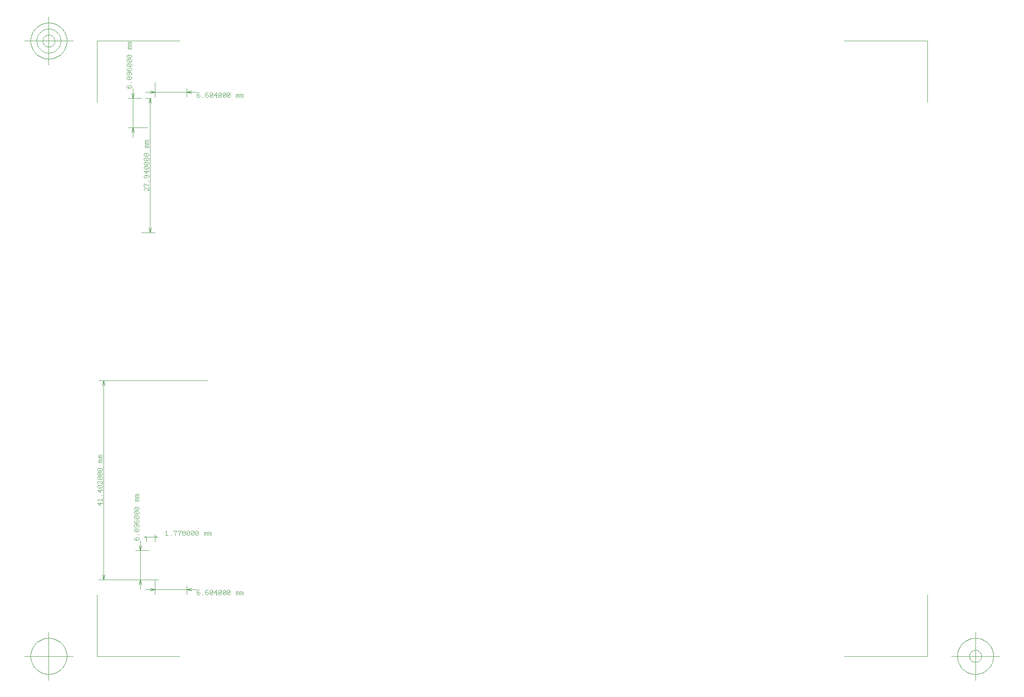
<source format=gbr>
G04 Generated by Ultiboard 10.0 *
%FSLAX25Y25*%
%MOIN*%

%ADD23C,0.00004*%
%ADD22C,0.00394*%


G04 ColorRGB CBCBCB for the following layer *
%LNMechanische Lage 1*%
%LPD*%
%FSLAX25Y25*%
%MOIN*%
G54D23*
X-44756Y62996D02*
X-44756Y60634D01*
X-44756Y60634D02*
X-47118Y62602D01*
X-47118Y62602D02*
X-43181Y62602D01*
X-43181Y62209D02*
X-43181Y62996D01*
X-46331Y64571D02*
X-47118Y65358D01*
X-47118Y65358D02*
X-43181Y65358D01*
X-43181Y64177D02*
X-43181Y66539D01*
X-43181Y68902D02*
X-43575Y68902D01*
X-44756Y73626D02*
X-44756Y71264D01*
X-44756Y71264D02*
X-47118Y73232D01*
X-47118Y73232D02*
X-43181Y73232D01*
X-43181Y72839D02*
X-43181Y73626D01*
X-46331Y74807D02*
X-47118Y75594D01*
X-47118Y75594D02*
X-47118Y76382D01*
X-47118Y76382D02*
X-46331Y77169D01*
X-46331Y77169D02*
X-43969Y77169D01*
X-43969Y77169D02*
X-43181Y76382D01*
X-43181Y76382D02*
X-43181Y75594D01*
X-43181Y75594D02*
X-43969Y74807D01*
X-43969Y74807D02*
X-46331Y74807D01*
X-46331Y77169D02*
X-43969Y74807D01*
X-46331Y78350D02*
X-47118Y79138D01*
X-47118Y79138D02*
X-47118Y79925D01*
X-47118Y79925D02*
X-46331Y80713D01*
X-46331Y80713D02*
X-45937Y80713D01*
X-45937Y80713D02*
X-43181Y78350D01*
X-43181Y78350D02*
X-43181Y80713D01*
X-43181Y80713D02*
X-43575Y80713D01*
X-46331Y81894D02*
X-47118Y82681D01*
X-47118Y82681D02*
X-47118Y83469D01*
X-47118Y83469D02*
X-46331Y84256D01*
X-46331Y84256D02*
X-43969Y84256D01*
X-43969Y84256D02*
X-43181Y83469D01*
X-43181Y83469D02*
X-43181Y82681D01*
X-43181Y82681D02*
X-43969Y81894D01*
X-43969Y81894D02*
X-46331Y81894D01*
X-46331Y84256D02*
X-43969Y81894D01*
X-46331Y85437D02*
X-47118Y86224D01*
X-47118Y86224D02*
X-47118Y87012D01*
X-47118Y87012D02*
X-46331Y87799D01*
X-46331Y87799D02*
X-43969Y87799D01*
X-43969Y87799D02*
X-43181Y87012D01*
X-43181Y87012D02*
X-43181Y86224D01*
X-43181Y86224D02*
X-43969Y85437D01*
X-43969Y85437D02*
X-46331Y85437D01*
X-46331Y87799D02*
X-43969Y85437D01*
X-46331Y88980D02*
X-47118Y89768D01*
X-47118Y89768D02*
X-47118Y90555D01*
X-47118Y90555D02*
X-46331Y91343D01*
X-46331Y91343D02*
X-43969Y91343D01*
X-43969Y91343D02*
X-43181Y90555D01*
X-43181Y90555D02*
X-43181Y89768D01*
X-43181Y89768D02*
X-43969Y88980D01*
X-43969Y88980D02*
X-46331Y88980D01*
X-46331Y91343D02*
X-43969Y88980D01*
X-43181Y96067D02*
X-45543Y96067D01*
X-45543Y96067D02*
X-45937Y96067D01*
X-45543Y96067D02*
X-45937Y96461D01*
X-45937Y96461D02*
X-45937Y96854D01*
X-45937Y96854D02*
X-45543Y97248D01*
X-45543Y97248D02*
X-45937Y97642D01*
X-45937Y97642D02*
X-45937Y98035D01*
X-45937Y98035D02*
X-45543Y98429D01*
X-45543Y98429D02*
X-43181Y98429D01*
X-45543Y97248D02*
X-43181Y97248D01*
X-43181Y99610D02*
X-45543Y99610D01*
X-45543Y99610D02*
X-45937Y99610D01*
X-45543Y99610D02*
X-45937Y100004D01*
X-45937Y100004D02*
X-45937Y100398D01*
X-45937Y100398D02*
X-45543Y100791D01*
X-45543Y100791D02*
X-45937Y101185D01*
X-45937Y101185D02*
X-45937Y101579D01*
X-45937Y101579D02*
X-45543Y101972D01*
X-45543Y101972D02*
X-43181Y101972D01*
X-45543Y100791D02*
X-43181Y100791D01*
X3000Y0D02*
X-45937Y0D01*
X43000Y163000D02*
X-45937Y163000D01*
X-41016Y3937D02*
X-42000Y0D01*
X-42000Y0D02*
X-42984Y3937D01*
X-42000Y81500D02*
X-42000Y0D01*
X-42984Y159063D02*
X-42000Y163000D01*
X-42000Y163000D02*
X-41016Y159063D01*
X-42000Y81500D02*
X-42000Y163000D01*
X36236Y-8394D02*
X35055Y-8394D01*
X35055Y-8394D02*
X34268Y-9181D01*
X34268Y-9181D02*
X34268Y-10756D01*
X34268Y-10756D02*
X34268Y-11543D01*
X34268Y-11543D02*
X35055Y-12331D01*
X35055Y-12331D02*
X35843Y-12331D01*
X35843Y-12331D02*
X36630Y-11543D01*
X36630Y-11543D02*
X36630Y-10756D01*
X36630Y-10756D02*
X35843Y-9969D01*
X35843Y-9969D02*
X35055Y-9969D01*
X35055Y-9969D02*
X34268Y-10756D01*
X38992Y-12331D02*
X38992Y-11937D01*
X43323Y-8394D02*
X42142Y-8394D01*
X42142Y-8394D02*
X41354Y-9181D01*
X41354Y-9181D02*
X41354Y-10756D01*
X41354Y-10756D02*
X41354Y-11543D01*
X41354Y-11543D02*
X42142Y-12331D01*
X42142Y-12331D02*
X42929Y-12331D01*
X42929Y-12331D02*
X43717Y-11543D01*
X43717Y-11543D02*
X43717Y-10756D01*
X43717Y-10756D02*
X42929Y-9969D01*
X42929Y-9969D02*
X42142Y-9969D01*
X42142Y-9969D02*
X41354Y-10756D01*
X44898Y-9181D02*
X45685Y-8394D01*
X45685Y-8394D02*
X46472Y-8394D01*
X46472Y-8394D02*
X47260Y-9181D01*
X47260Y-9181D02*
X47260Y-11543D01*
X47260Y-11543D02*
X46472Y-12331D01*
X46472Y-12331D02*
X45685Y-12331D01*
X45685Y-12331D02*
X44898Y-11543D01*
X44898Y-11543D02*
X44898Y-9181D01*
X47260Y-9181D02*
X44898Y-11543D01*
X50803Y-10756D02*
X48441Y-10756D01*
X48441Y-10756D02*
X50409Y-8394D01*
X50409Y-8394D02*
X50409Y-12331D01*
X50016Y-12331D02*
X50803Y-12331D01*
X51984Y-9181D02*
X52772Y-8394D01*
X52772Y-8394D02*
X53559Y-8394D01*
X53559Y-8394D02*
X54346Y-9181D01*
X54346Y-9181D02*
X54346Y-11543D01*
X54346Y-11543D02*
X53559Y-12331D01*
X53559Y-12331D02*
X52772Y-12331D01*
X52772Y-12331D02*
X51984Y-11543D01*
X51984Y-11543D02*
X51984Y-9181D01*
X54346Y-9181D02*
X51984Y-11543D01*
X55528Y-9181D02*
X56315Y-8394D01*
X56315Y-8394D02*
X57102Y-8394D01*
X57102Y-8394D02*
X57890Y-9181D01*
X57890Y-9181D02*
X57890Y-11543D01*
X57890Y-11543D02*
X57102Y-12331D01*
X57102Y-12331D02*
X56315Y-12331D01*
X56315Y-12331D02*
X55528Y-11543D01*
X55528Y-11543D02*
X55528Y-9181D01*
X57890Y-9181D02*
X55528Y-11543D01*
X59071Y-9181D02*
X59858Y-8394D01*
X59858Y-8394D02*
X60646Y-8394D01*
X60646Y-8394D02*
X61433Y-9181D01*
X61433Y-9181D02*
X61433Y-11543D01*
X61433Y-11543D02*
X60646Y-12331D01*
X60646Y-12331D02*
X59858Y-12331D01*
X59858Y-12331D02*
X59071Y-11543D01*
X59071Y-11543D02*
X59071Y-9181D01*
X61433Y-9181D02*
X59071Y-11543D01*
X66157Y-12331D02*
X66157Y-9969D01*
X66157Y-9969D02*
X66157Y-9575D01*
X66157Y-9969D02*
X66551Y-9575D01*
X66551Y-9575D02*
X66945Y-9575D01*
X66945Y-9575D02*
X67339Y-9969D01*
X67339Y-9969D02*
X67732Y-9575D01*
X67732Y-9575D02*
X68126Y-9575D01*
X68126Y-9575D02*
X68520Y-9969D01*
X68520Y-9969D02*
X68520Y-12331D01*
X67339Y-9969D02*
X67339Y-12331D01*
X69701Y-12331D02*
X69701Y-9969D01*
X69701Y-9969D02*
X69701Y-9575D01*
X69701Y-9969D02*
X70094Y-9575D01*
X70094Y-9575D02*
X70488Y-9575D01*
X70488Y-9575D02*
X70882Y-9969D01*
X70882Y-9969D02*
X71276Y-9575D01*
X71276Y-9575D02*
X71669Y-9575D01*
X71669Y-9575D02*
X72063Y-9969D01*
X72063Y-9969D02*
X72063Y-12331D01*
X70882Y-9969D02*
X70882Y-12331D01*
X0Y0D02*
X0Y-11937D01*
X26000Y-5000D02*
X26000Y-11937D01*
X13000Y-8000D02*
X0Y-8000D01*
X-3937Y-7016D02*
X0Y-8000D01*
X0Y-8000D02*
X-3937Y-8984D01*
X-7874Y-8000D02*
X0Y-8000D01*
X13000Y-8000D02*
X26000Y-8000D01*
X29937Y-8984D02*
X26000Y-8000D01*
X26000Y-8000D02*
X29937Y-7016D01*
X33874Y-8000D02*
X26000Y-8000D01*
X-17118Y34236D02*
X-17118Y33055D01*
X-17118Y33055D02*
X-16331Y32268D01*
X-16331Y32268D02*
X-14756Y32268D01*
X-14756Y32268D02*
X-13969Y32268D01*
X-13969Y32268D02*
X-13181Y33055D01*
X-13181Y33055D02*
X-13181Y33843D01*
X-13181Y33843D02*
X-13969Y34630D01*
X-13969Y34630D02*
X-14756Y34630D01*
X-14756Y34630D02*
X-15543Y33843D01*
X-15543Y33843D02*
X-15543Y33055D01*
X-15543Y33055D02*
X-14756Y32268D01*
X-13181Y36992D02*
X-13575Y36992D01*
X-16331Y39354D02*
X-17118Y40142D01*
X-17118Y40142D02*
X-17118Y40929D01*
X-17118Y40929D02*
X-16331Y41717D01*
X-16331Y41717D02*
X-13969Y41717D01*
X-13969Y41717D02*
X-13181Y40929D01*
X-13181Y40929D02*
X-13181Y40142D01*
X-13181Y40142D02*
X-13969Y39354D01*
X-13969Y39354D02*
X-16331Y39354D01*
X-16331Y41717D02*
X-13969Y39354D01*
X-13969Y42898D02*
X-13181Y43685D01*
X-13181Y43685D02*
X-13181Y44472D01*
X-13181Y44472D02*
X-13969Y45260D01*
X-13969Y45260D02*
X-15543Y45260D01*
X-15543Y45260D02*
X-16331Y45260D01*
X-16331Y45260D02*
X-17118Y44472D01*
X-17118Y44472D02*
X-17118Y43685D01*
X-17118Y43685D02*
X-16331Y42898D01*
X-16331Y42898D02*
X-15543Y42898D01*
X-15543Y42898D02*
X-14756Y43685D01*
X-14756Y43685D02*
X-14756Y44472D01*
X-14756Y44472D02*
X-15543Y45260D01*
X-17118Y48409D02*
X-17118Y47228D01*
X-17118Y47228D02*
X-16331Y46441D01*
X-16331Y46441D02*
X-14756Y46441D01*
X-14756Y46441D02*
X-13969Y46441D01*
X-13969Y46441D02*
X-13181Y47228D01*
X-13181Y47228D02*
X-13181Y48016D01*
X-13181Y48016D02*
X-13969Y48803D01*
X-13969Y48803D02*
X-14756Y48803D01*
X-14756Y48803D02*
X-15543Y48016D01*
X-15543Y48016D02*
X-15543Y47228D01*
X-15543Y47228D02*
X-14756Y46441D01*
X-16331Y49984D02*
X-17118Y50772D01*
X-17118Y50772D02*
X-17118Y51559D01*
X-17118Y51559D02*
X-16331Y52346D01*
X-16331Y52346D02*
X-13969Y52346D01*
X-13969Y52346D02*
X-13181Y51559D01*
X-13181Y51559D02*
X-13181Y50772D01*
X-13181Y50772D02*
X-13969Y49984D01*
X-13969Y49984D02*
X-16331Y49984D01*
X-16331Y52346D02*
X-13969Y49984D01*
X-16331Y53528D02*
X-17118Y54315D01*
X-17118Y54315D02*
X-17118Y55102D01*
X-17118Y55102D02*
X-16331Y55890D01*
X-16331Y55890D02*
X-13969Y55890D01*
X-13969Y55890D02*
X-13181Y55102D01*
X-13181Y55102D02*
X-13181Y54315D01*
X-13181Y54315D02*
X-13969Y53528D01*
X-13969Y53528D02*
X-16331Y53528D01*
X-16331Y55890D02*
X-13969Y53528D01*
X-16331Y57071D02*
X-17118Y57858D01*
X-17118Y57858D02*
X-17118Y58646D01*
X-17118Y58646D02*
X-16331Y59433D01*
X-16331Y59433D02*
X-13969Y59433D01*
X-13969Y59433D02*
X-13181Y58646D01*
X-13181Y58646D02*
X-13181Y57858D01*
X-13181Y57858D02*
X-13969Y57071D01*
X-13969Y57071D02*
X-16331Y57071D01*
X-16331Y59433D02*
X-13969Y57071D01*
X-13181Y64157D02*
X-15543Y64157D01*
X-15543Y64157D02*
X-15937Y64157D01*
X-15543Y64157D02*
X-15937Y64551D01*
X-15937Y64551D02*
X-15937Y64945D01*
X-15937Y64945D02*
X-15543Y65339D01*
X-15543Y65339D02*
X-15937Y65732D01*
X-15937Y65732D02*
X-15937Y66126D01*
X-15937Y66126D02*
X-15543Y66520D01*
X-15543Y66520D02*
X-13181Y66520D01*
X-15543Y65339D02*
X-13181Y65339D01*
X-13181Y67701D02*
X-15543Y67701D01*
X-15543Y67701D02*
X-15937Y67701D01*
X-15543Y67701D02*
X-15937Y68094D01*
X-15937Y68094D02*
X-15937Y68488D01*
X-15937Y68488D02*
X-15543Y68882D01*
X-15543Y68882D02*
X-15937Y69276D01*
X-15937Y69276D02*
X-15937Y69669D01*
X-15937Y69669D02*
X-15543Y70063D01*
X-15543Y70063D02*
X-13181Y70063D01*
X-15543Y68882D02*
X-13181Y68882D01*
X0Y0D02*
X-15937Y0D01*
X-5000Y24000D02*
X-15937Y24000D01*
X-12000Y12000D02*
X-12000Y0D01*
X-12984Y-3937D02*
X-12000Y0D01*
X-12000Y0D02*
X-11016Y-3937D01*
X-12000Y-7874D02*
X-12000Y0D01*
X-12000Y12000D02*
X-12000Y24000D01*
X-11016Y27937D02*
X-12000Y24000D01*
X-12000Y24000D02*
X-12984Y27937D01*
X-12000Y31874D02*
X-12000Y24000D01*
X36236Y398606D02*
X35055Y398606D01*
X35055Y398606D02*
X34268Y397819D01*
X34268Y397819D02*
X34268Y396244D01*
X34268Y396244D02*
X34268Y395457D01*
X34268Y395457D02*
X35055Y394669D01*
X35055Y394669D02*
X35843Y394669D01*
X35843Y394669D02*
X36630Y395457D01*
X36630Y395457D02*
X36630Y396244D01*
X36630Y396244D02*
X35843Y397031D01*
X35843Y397031D02*
X35055Y397031D01*
X35055Y397031D02*
X34268Y396244D01*
X38992Y394669D02*
X38992Y395063D01*
X43323Y398606D02*
X42142Y398606D01*
X42142Y398606D02*
X41354Y397819D01*
X41354Y397819D02*
X41354Y396244D01*
X41354Y396244D02*
X41354Y395457D01*
X41354Y395457D02*
X42142Y394669D01*
X42142Y394669D02*
X42929Y394669D01*
X42929Y394669D02*
X43717Y395457D01*
X43717Y395457D02*
X43717Y396244D01*
X43717Y396244D02*
X42929Y397031D01*
X42929Y397031D02*
X42142Y397031D01*
X42142Y397031D02*
X41354Y396244D01*
X44898Y397819D02*
X45685Y398606D01*
X45685Y398606D02*
X46472Y398606D01*
X46472Y398606D02*
X47260Y397819D01*
X47260Y397819D02*
X47260Y395457D01*
X47260Y395457D02*
X46472Y394669D01*
X46472Y394669D02*
X45685Y394669D01*
X45685Y394669D02*
X44898Y395457D01*
X44898Y395457D02*
X44898Y397819D01*
X47260Y397819D02*
X44898Y395457D01*
X50803Y396244D02*
X48441Y396244D01*
X48441Y396244D02*
X50409Y398606D01*
X50409Y398606D02*
X50409Y394669D01*
X50016Y394669D02*
X50803Y394669D01*
X51984Y397819D02*
X52772Y398606D01*
X52772Y398606D02*
X53559Y398606D01*
X53559Y398606D02*
X54346Y397819D01*
X54346Y397819D02*
X54346Y395457D01*
X54346Y395457D02*
X53559Y394669D01*
X53559Y394669D02*
X52772Y394669D01*
X52772Y394669D02*
X51984Y395457D01*
X51984Y395457D02*
X51984Y397819D01*
X54346Y397819D02*
X51984Y395457D01*
X55528Y397819D02*
X56315Y398606D01*
X56315Y398606D02*
X57102Y398606D01*
X57102Y398606D02*
X57890Y397819D01*
X57890Y397819D02*
X57890Y395457D01*
X57890Y395457D02*
X57102Y394669D01*
X57102Y394669D02*
X56315Y394669D01*
X56315Y394669D02*
X55528Y395457D01*
X55528Y395457D02*
X55528Y397819D01*
X57890Y397819D02*
X55528Y395457D01*
X59071Y397819D02*
X59858Y398606D01*
X59858Y398606D02*
X60646Y398606D01*
X60646Y398606D02*
X61433Y397819D01*
X61433Y397819D02*
X61433Y395457D01*
X61433Y395457D02*
X60646Y394669D01*
X60646Y394669D02*
X59858Y394669D01*
X59858Y394669D02*
X59071Y395457D01*
X59071Y395457D02*
X59071Y397819D01*
X61433Y397819D02*
X59071Y395457D01*
X66157Y394669D02*
X66157Y397031D01*
X66157Y397031D02*
X66157Y397425D01*
X66157Y397031D02*
X66551Y397425D01*
X66551Y397425D02*
X66945Y397425D01*
X66945Y397425D02*
X67339Y397031D01*
X67339Y397031D02*
X67732Y397425D01*
X67732Y397425D02*
X68126Y397425D01*
X68126Y397425D02*
X68520Y397031D01*
X68520Y397031D02*
X68520Y394669D01*
X67339Y397031D02*
X67339Y394669D01*
X69701Y394669D02*
X69701Y397031D01*
X69701Y397031D02*
X69701Y397425D01*
X69701Y397031D02*
X70094Y397425D01*
X70094Y397425D02*
X70488Y397425D01*
X70488Y397425D02*
X70882Y397031D01*
X70882Y397031D02*
X71276Y397425D01*
X71276Y397425D02*
X71669Y397425D01*
X71669Y397425D02*
X72063Y397031D01*
X72063Y397031D02*
X72063Y394669D01*
X70882Y397031D02*
X70882Y394669D01*
X0Y407000D02*
X0Y395063D01*
X26000Y402000D02*
X26000Y395063D01*
X13000Y399000D02*
X0Y399000D01*
X-3937Y399984D02*
X0Y399000D01*
X0Y399000D02*
X-3937Y398016D01*
X-7874Y399000D02*
X0Y399000D01*
X13000Y399000D02*
X26000Y399000D01*
X29937Y398016D02*
X26000Y399000D01*
X26000Y399000D02*
X29937Y399984D01*
X33874Y399000D02*
X26000Y399000D01*
X8661Y39331D02*
X9449Y40118D01*
X9449Y40118D02*
X9449Y36181D01*
X8268Y36181D02*
X10630Y36181D01*
X12992Y36181D02*
X12992Y36575D01*
X16535Y36181D02*
X16535Y38150D01*
X16535Y38150D02*
X17717Y39331D01*
X17717Y39331D02*
X17717Y40118D01*
X17717Y40118D02*
X15354Y40118D01*
X15354Y40118D02*
X15354Y39331D01*
X20079Y36181D02*
X20079Y38150D01*
X20079Y38150D02*
X21260Y39331D01*
X21260Y39331D02*
X21260Y40118D01*
X21260Y40118D02*
X18898Y40118D01*
X18898Y40118D02*
X18898Y39331D01*
X24016Y36181D02*
X23228Y36181D01*
X23228Y36181D02*
X22441Y36969D01*
X22441Y36969D02*
X22441Y37756D01*
X22441Y37756D02*
X22835Y38150D01*
X22835Y38150D02*
X22441Y38543D01*
X22441Y38543D02*
X22441Y39331D01*
X22441Y39331D02*
X23228Y40118D01*
X23228Y40118D02*
X24016Y40118D01*
X24016Y40118D02*
X24803Y39331D01*
X24803Y39331D02*
X24803Y38543D01*
X24803Y38543D02*
X24409Y38150D01*
X24409Y38150D02*
X24803Y37756D01*
X24803Y37756D02*
X24803Y36969D01*
X24803Y36969D02*
X24016Y36181D01*
X22835Y38150D02*
X24409Y38150D01*
X25984Y39331D02*
X26772Y40118D01*
X26772Y40118D02*
X27559Y40118D01*
X27559Y40118D02*
X28346Y39331D01*
X28346Y39331D02*
X28346Y36969D01*
X28346Y36969D02*
X27559Y36181D01*
X27559Y36181D02*
X26772Y36181D01*
X26772Y36181D02*
X25984Y36969D01*
X25984Y36969D02*
X25984Y39331D01*
X28346Y39331D02*
X25984Y36969D01*
X29528Y39331D02*
X30315Y40118D01*
X30315Y40118D02*
X31102Y40118D01*
X31102Y40118D02*
X31890Y39331D01*
X31890Y39331D02*
X31890Y36969D01*
X31890Y36969D02*
X31102Y36181D01*
X31102Y36181D02*
X30315Y36181D01*
X30315Y36181D02*
X29528Y36969D01*
X29528Y36969D02*
X29528Y39331D01*
X31890Y39331D02*
X29528Y36969D01*
X33071Y39331D02*
X33858Y40118D01*
X33858Y40118D02*
X34646Y40118D01*
X34646Y40118D02*
X35433Y39331D01*
X35433Y39331D02*
X35433Y36969D01*
X35433Y36969D02*
X34646Y36181D01*
X34646Y36181D02*
X33858Y36181D01*
X33858Y36181D02*
X33071Y36969D01*
X33071Y36969D02*
X33071Y39331D01*
X35433Y39331D02*
X33071Y36969D01*
X40157Y36181D02*
X40157Y38543D01*
X40157Y38543D02*
X40157Y38937D01*
X40157Y38543D02*
X40551Y38937D01*
X40551Y38937D02*
X40945Y38937D01*
X40945Y38937D02*
X41339Y38543D01*
X41339Y38543D02*
X41732Y38937D01*
X41732Y38937D02*
X42126Y38937D01*
X42126Y38937D02*
X42520Y38543D01*
X42520Y38543D02*
X42520Y36181D01*
X41339Y38543D02*
X41339Y36181D01*
X43701Y36181D02*
X43701Y38543D01*
X43701Y38543D02*
X43701Y38937D01*
X43701Y38543D02*
X44094Y38937D01*
X44094Y38937D02*
X44488Y38937D01*
X44488Y38937D02*
X44882Y38543D01*
X44882Y38543D02*
X45276Y38937D01*
X45276Y38937D02*
X45669Y38937D01*
X45669Y38937D02*
X46063Y38543D01*
X46063Y38543D02*
X46063Y36181D01*
X44882Y38543D02*
X44882Y36181D01*
X-7000Y35000D02*
X-7000Y31063D01*
X0Y37000D02*
X0Y31063D01*
X-3500Y35000D02*
X-7000Y35000D01*
X-7984Y35246D02*
X-7000Y35000D01*
X-7000Y35000D02*
X-7984Y34754D01*
X-8969Y35000D02*
X-7000Y35000D01*
X-3500Y35000D02*
X0Y35000D01*
X984Y34754D02*
X0Y35000D01*
X0Y35000D02*
X984Y35246D01*
X1969Y35000D02*
X0Y35000D01*
X-8331Y318134D02*
X-9118Y318921D01*
X-9118Y318921D02*
X-9118Y319709D01*
X-9118Y319709D02*
X-8331Y320496D01*
X-8331Y320496D02*
X-7937Y320496D01*
X-7937Y320496D02*
X-5181Y318134D01*
X-5181Y318134D02*
X-5181Y320496D01*
X-5181Y320496D02*
X-5575Y320496D01*
X-5181Y322858D02*
X-7150Y322858D01*
X-7150Y322858D02*
X-8331Y324039D01*
X-8331Y324039D02*
X-9118Y324039D01*
X-9118Y324039D02*
X-9118Y321677D01*
X-9118Y321677D02*
X-8331Y321677D01*
X-5181Y326402D02*
X-5575Y326402D01*
X-5969Y328764D02*
X-5181Y329551D01*
X-5181Y329551D02*
X-5181Y330339D01*
X-5181Y330339D02*
X-5969Y331126D01*
X-5969Y331126D02*
X-7543Y331126D01*
X-7543Y331126D02*
X-8331Y331126D01*
X-8331Y331126D02*
X-9118Y330339D01*
X-9118Y330339D02*
X-9118Y329551D01*
X-9118Y329551D02*
X-8331Y328764D01*
X-8331Y328764D02*
X-7543Y328764D01*
X-7543Y328764D02*
X-6756Y329551D01*
X-6756Y329551D02*
X-6756Y330339D01*
X-6756Y330339D02*
X-7543Y331126D01*
X-6756Y334669D02*
X-6756Y332307D01*
X-6756Y332307D02*
X-9118Y334276D01*
X-9118Y334276D02*
X-5181Y334276D01*
X-5181Y333882D02*
X-5181Y334669D01*
X-8331Y335850D02*
X-9118Y336638D01*
X-9118Y336638D02*
X-9118Y337425D01*
X-9118Y337425D02*
X-8331Y338213D01*
X-8331Y338213D02*
X-5969Y338213D01*
X-5969Y338213D02*
X-5181Y337425D01*
X-5181Y337425D02*
X-5181Y336638D01*
X-5181Y336638D02*
X-5969Y335850D01*
X-5969Y335850D02*
X-8331Y335850D01*
X-8331Y338213D02*
X-5969Y335850D01*
X-8331Y339394D02*
X-9118Y340181D01*
X-9118Y340181D02*
X-9118Y340969D01*
X-9118Y340969D02*
X-8331Y341756D01*
X-8331Y341756D02*
X-5969Y341756D01*
X-5969Y341756D02*
X-5181Y340969D01*
X-5181Y340969D02*
X-5181Y340181D01*
X-5181Y340181D02*
X-5969Y339394D01*
X-5969Y339394D02*
X-8331Y339394D01*
X-8331Y341756D02*
X-5969Y339394D01*
X-8331Y342937D02*
X-9118Y343724D01*
X-9118Y343724D02*
X-9118Y344512D01*
X-9118Y344512D02*
X-8331Y345299D01*
X-8331Y345299D02*
X-5969Y345299D01*
X-5969Y345299D02*
X-5181Y344512D01*
X-5181Y344512D02*
X-5181Y343724D01*
X-5181Y343724D02*
X-5969Y342937D01*
X-5969Y342937D02*
X-8331Y342937D01*
X-8331Y345299D02*
X-5969Y342937D01*
X-8331Y346480D02*
X-9118Y347268D01*
X-9118Y347268D02*
X-9118Y348055D01*
X-9118Y348055D02*
X-8331Y348843D01*
X-8331Y348843D02*
X-5969Y348843D01*
X-5969Y348843D02*
X-5181Y348055D01*
X-5181Y348055D02*
X-5181Y347268D01*
X-5181Y347268D02*
X-5969Y346480D01*
X-5969Y346480D02*
X-8331Y346480D01*
X-8331Y348843D02*
X-5969Y346480D01*
X-5181Y353567D02*
X-7543Y353567D01*
X-7543Y353567D02*
X-7937Y353567D01*
X-7543Y353567D02*
X-7937Y353961D01*
X-7937Y353961D02*
X-7937Y354354D01*
X-7937Y354354D02*
X-7543Y354748D01*
X-7543Y354748D02*
X-7937Y355142D01*
X-7937Y355142D02*
X-7937Y355535D01*
X-7937Y355535D02*
X-7543Y355929D01*
X-7543Y355929D02*
X-5181Y355929D01*
X-7543Y354748D02*
X-5181Y354748D01*
X-5181Y357110D02*
X-7543Y357110D01*
X-7543Y357110D02*
X-7937Y357110D01*
X-7543Y357110D02*
X-7937Y357504D01*
X-7937Y357504D02*
X-7937Y357898D01*
X-7937Y357898D02*
X-7543Y358291D01*
X-7543Y358291D02*
X-7937Y358685D01*
X-7937Y358685D02*
X-7937Y359079D01*
X-7937Y359079D02*
X-7543Y359472D01*
X-7543Y359472D02*
X-5181Y359472D01*
X-7543Y358291D02*
X-5181Y358291D01*
X-11000Y284000D02*
X-63Y284000D01*
X-3000Y394000D02*
X-7937Y394000D01*
X-3016Y287937D02*
X-4000Y284000D01*
X-4000Y284000D02*
X-4984Y287937D01*
X-4000Y339000D02*
X-4000Y284000D01*
X-4984Y390063D02*
X-4000Y394000D01*
X-4000Y394000D02*
X-3016Y390063D01*
X-4000Y339000D02*
X-4000Y394000D01*
X-23118Y404236D02*
X-23118Y403055D01*
X-23118Y403055D02*
X-22331Y402268D01*
X-22331Y402268D02*
X-20756Y402268D01*
X-20756Y402268D02*
X-19969Y402268D01*
X-19969Y402268D02*
X-19181Y403055D01*
X-19181Y403055D02*
X-19181Y403843D01*
X-19181Y403843D02*
X-19969Y404630D01*
X-19969Y404630D02*
X-20756Y404630D01*
X-20756Y404630D02*
X-21543Y403843D01*
X-21543Y403843D02*
X-21543Y403055D01*
X-21543Y403055D02*
X-20756Y402268D01*
X-19181Y406992D02*
X-19575Y406992D01*
X-22331Y409354D02*
X-23118Y410142D01*
X-23118Y410142D02*
X-23118Y410929D01*
X-23118Y410929D02*
X-22331Y411717D01*
X-22331Y411717D02*
X-19969Y411717D01*
X-19969Y411717D02*
X-19181Y410929D01*
X-19181Y410929D02*
X-19181Y410142D01*
X-19181Y410142D02*
X-19969Y409354D01*
X-19969Y409354D02*
X-22331Y409354D01*
X-22331Y411717D02*
X-19969Y409354D01*
X-19969Y412898D02*
X-19181Y413685D01*
X-19181Y413685D02*
X-19181Y414472D01*
X-19181Y414472D02*
X-19969Y415260D01*
X-19969Y415260D02*
X-21543Y415260D01*
X-21543Y415260D02*
X-22331Y415260D01*
X-22331Y415260D02*
X-23118Y414472D01*
X-23118Y414472D02*
X-23118Y413685D01*
X-23118Y413685D02*
X-22331Y412898D01*
X-22331Y412898D02*
X-21543Y412898D01*
X-21543Y412898D02*
X-20756Y413685D01*
X-20756Y413685D02*
X-20756Y414472D01*
X-20756Y414472D02*
X-21543Y415260D01*
X-23118Y418409D02*
X-23118Y417228D01*
X-23118Y417228D02*
X-22331Y416441D01*
X-22331Y416441D02*
X-20756Y416441D01*
X-20756Y416441D02*
X-19969Y416441D01*
X-19969Y416441D02*
X-19181Y417228D01*
X-19181Y417228D02*
X-19181Y418016D01*
X-19181Y418016D02*
X-19969Y418803D01*
X-19969Y418803D02*
X-20756Y418803D01*
X-20756Y418803D02*
X-21543Y418016D01*
X-21543Y418016D02*
X-21543Y417228D01*
X-21543Y417228D02*
X-20756Y416441D01*
X-22331Y419984D02*
X-23118Y420772D01*
X-23118Y420772D02*
X-23118Y421559D01*
X-23118Y421559D02*
X-22331Y422346D01*
X-22331Y422346D02*
X-19969Y422346D01*
X-19969Y422346D02*
X-19181Y421559D01*
X-19181Y421559D02*
X-19181Y420772D01*
X-19181Y420772D02*
X-19969Y419984D01*
X-19969Y419984D02*
X-22331Y419984D01*
X-22331Y422346D02*
X-19969Y419984D01*
X-22331Y423528D02*
X-23118Y424315D01*
X-23118Y424315D02*
X-23118Y425102D01*
X-23118Y425102D02*
X-22331Y425890D01*
X-22331Y425890D02*
X-19969Y425890D01*
X-19969Y425890D02*
X-19181Y425102D01*
X-19181Y425102D02*
X-19181Y424315D01*
X-19181Y424315D02*
X-19969Y423528D01*
X-19969Y423528D02*
X-22331Y423528D01*
X-22331Y425890D02*
X-19969Y423528D01*
X-22331Y427071D02*
X-23118Y427858D01*
X-23118Y427858D02*
X-23118Y428646D01*
X-23118Y428646D02*
X-22331Y429433D01*
X-22331Y429433D02*
X-19969Y429433D01*
X-19969Y429433D02*
X-19181Y428646D01*
X-19181Y428646D02*
X-19181Y427858D01*
X-19181Y427858D02*
X-19969Y427071D01*
X-19969Y427071D02*
X-22331Y427071D01*
X-22331Y429433D02*
X-19969Y427071D01*
X-19181Y434157D02*
X-21543Y434157D01*
X-21543Y434157D02*
X-21937Y434157D01*
X-21543Y434157D02*
X-21937Y434551D01*
X-21937Y434551D02*
X-21937Y434945D01*
X-21937Y434945D02*
X-21543Y435339D01*
X-21543Y435339D02*
X-21937Y435732D01*
X-21937Y435732D02*
X-21937Y436126D01*
X-21937Y436126D02*
X-21543Y436520D01*
X-21543Y436520D02*
X-19181Y436520D01*
X-21543Y435339D02*
X-19181Y435339D01*
X-19181Y437701D02*
X-21543Y437701D01*
X-21543Y437701D02*
X-21937Y437701D01*
X-21543Y437701D02*
X-21937Y438094D01*
X-21937Y438094D02*
X-21937Y438488D01*
X-21937Y438488D02*
X-21543Y438882D01*
X-21543Y438882D02*
X-21937Y439276D01*
X-21937Y439276D02*
X-21937Y439669D01*
X-21937Y439669D02*
X-21543Y440063D01*
X-21543Y440063D02*
X-19181Y440063D01*
X-21543Y438882D02*
X-19181Y438882D01*
X-6000Y370000D02*
X-21937Y370000D01*
X-11000Y394000D02*
X-21937Y394000D01*
X-18000Y382000D02*
X-18000Y370000D01*
X-18984Y366063D02*
X-18000Y370000D01*
X-18000Y370000D02*
X-17016Y366063D01*
X-18000Y362126D02*
X-18000Y370000D01*
X-18000Y382000D02*
X-18000Y394000D01*
X-17016Y397937D02*
X-18000Y394000D01*
X-18000Y394000D02*
X-18984Y397937D01*
X-18000Y401874D02*
X-18000Y394000D01*
G54D22*
X-47512Y-62575D02*
X-47512Y-12232D01*
X-47512Y-62575D02*
X20389Y-62575D01*
X631500Y-62575D02*
X563599Y-62575D01*
X631500Y-62575D02*
X631500Y-12232D01*
X631500Y440850D02*
X631500Y390508D01*
X631500Y440850D02*
X563599Y440850D01*
X-47512Y440850D02*
X20389Y440850D01*
X-47512Y440850D02*
X-47512Y390508D01*
X-67197Y-62575D02*
X-106567Y-62575D01*
X-86882Y-82260D02*
X-86882Y-42890D01*
X-72118Y-62575D02*
X-72189Y-61128D01*
X-72189Y-61128D02*
X-72402Y-59694D01*
X-72402Y-59694D02*
X-72754Y-58289D01*
X-72754Y-58289D02*
X-73242Y-56925D01*
X-73242Y-56925D02*
X-73861Y-55615D01*
X-73861Y-55615D02*
X-74606Y-54372D01*
X-74606Y-54372D02*
X-75469Y-53209D01*
X-75469Y-53209D02*
X-76442Y-52135D01*
X-76442Y-52135D02*
X-77516Y-51162D01*
X-77516Y-51162D02*
X-78680Y-50299D01*
X-78680Y-50299D02*
X-79922Y-49554D01*
X-79922Y-49554D02*
X-81232Y-48935D01*
X-81232Y-48935D02*
X-82596Y-48447D01*
X-82596Y-48447D02*
X-84002Y-48095D01*
X-84002Y-48095D02*
X-85435Y-47882D01*
X-85435Y-47882D02*
X-86882Y-47811D01*
X-86882Y-47811D02*
X-88329Y-47882D01*
X-88329Y-47882D02*
X-89762Y-48095D01*
X-89762Y-48095D02*
X-91168Y-48447D01*
X-91168Y-48447D02*
X-92532Y-48935D01*
X-92532Y-48935D02*
X-93841Y-49554D01*
X-93841Y-49554D02*
X-95084Y-50299D01*
X-95084Y-50299D02*
X-96248Y-51162D01*
X-96248Y-51162D02*
X-97321Y-52135D01*
X-97321Y-52135D02*
X-98294Y-53209D01*
X-98294Y-53209D02*
X-99158Y-54372D01*
X-99158Y-54372D02*
X-99902Y-55615D01*
X-99902Y-55615D02*
X-100522Y-56925D01*
X-100522Y-56925D02*
X-101010Y-58289D01*
X-101010Y-58289D02*
X-101362Y-59694D01*
X-101362Y-59694D02*
X-101575Y-61128D01*
X-101575Y-61128D02*
X-101646Y-62575D01*
X-101646Y-62575D02*
X-101575Y-64022D01*
X-101575Y-64022D02*
X-101362Y-65455D01*
X-101362Y-65455D02*
X-101010Y-66860D01*
X-101010Y-66860D02*
X-100522Y-68225D01*
X-100522Y-68225D02*
X-99902Y-69534D01*
X-99902Y-69534D02*
X-99158Y-70777D01*
X-99158Y-70777D02*
X-98294Y-71941D01*
X-98294Y-71941D02*
X-97321Y-73014D01*
X-97321Y-73014D02*
X-96248Y-73987D01*
X-96248Y-73987D02*
X-95084Y-74850D01*
X-95084Y-74850D02*
X-93841Y-75595D01*
X-93841Y-75595D02*
X-92532Y-76215D01*
X-92532Y-76215D02*
X-91168Y-76703D01*
X-91168Y-76703D02*
X-89762Y-77055D01*
X-89762Y-77055D02*
X-88329Y-77267D01*
X-88329Y-77267D02*
X-86882Y-77338D01*
X-86882Y-77338D02*
X-85435Y-77267D01*
X-85435Y-77267D02*
X-84002Y-77055D01*
X-84002Y-77055D02*
X-82596Y-76703D01*
X-82596Y-76703D02*
X-81232Y-76215D01*
X-81232Y-76215D02*
X-79922Y-75595D01*
X-79922Y-75595D02*
X-78680Y-74850D01*
X-78680Y-74850D02*
X-77516Y-73987D01*
X-77516Y-73987D02*
X-76442Y-73014D01*
X-76442Y-73014D02*
X-75469Y-71941D01*
X-75469Y-71941D02*
X-74606Y-70777D01*
X-74606Y-70777D02*
X-73861Y-69534D01*
X-73861Y-69534D02*
X-73242Y-68225D01*
X-73242Y-68225D02*
X-72754Y-66860D01*
X-72754Y-66860D02*
X-72402Y-65455D01*
X-72402Y-65455D02*
X-72189Y-64022D01*
X-72189Y-64022D02*
X-72118Y-62575D01*
X651185Y-62575D02*
X690555Y-62575D01*
X670870Y-82260D02*
X670870Y-42890D01*
X685634Y-62575D02*
X685563Y-61128D01*
X685563Y-61128D02*
X685350Y-59694D01*
X685350Y-59694D02*
X684998Y-58289D01*
X684998Y-58289D02*
X684510Y-56925D01*
X684510Y-56925D02*
X683891Y-55615D01*
X683891Y-55615D02*
X683146Y-54372D01*
X683146Y-54372D02*
X682283Y-53209D01*
X682283Y-53209D02*
X681310Y-52135D01*
X681310Y-52135D02*
X680236Y-51162D01*
X680236Y-51162D02*
X679072Y-50299D01*
X679072Y-50299D02*
X677830Y-49554D01*
X677830Y-49554D02*
X676520Y-48935D01*
X676520Y-48935D02*
X675156Y-48447D01*
X675156Y-48447D02*
X673750Y-48095D01*
X673750Y-48095D02*
X672317Y-47882D01*
X672317Y-47882D02*
X670870Y-47811D01*
X670870Y-47811D02*
X669423Y-47882D01*
X669423Y-47882D02*
X667990Y-48095D01*
X667990Y-48095D02*
X666584Y-48447D01*
X666584Y-48447D02*
X665220Y-48935D01*
X665220Y-48935D02*
X663910Y-49554D01*
X663910Y-49554D02*
X662668Y-50299D01*
X662668Y-50299D02*
X661504Y-51162D01*
X661504Y-51162D02*
X660431Y-52135D01*
X660431Y-52135D02*
X659458Y-53209D01*
X659458Y-53209D02*
X658594Y-54372D01*
X658594Y-54372D02*
X657850Y-55615D01*
X657850Y-55615D02*
X657230Y-56925D01*
X657230Y-56925D02*
X656742Y-58289D01*
X656742Y-58289D02*
X656390Y-59694D01*
X656390Y-59694D02*
X656177Y-61128D01*
X656177Y-61128D02*
X656106Y-62575D01*
X656106Y-62575D02*
X656177Y-64022D01*
X656177Y-64022D02*
X656390Y-65455D01*
X656390Y-65455D02*
X656742Y-66860D01*
X656742Y-66860D02*
X657230Y-68225D01*
X657230Y-68225D02*
X657850Y-69534D01*
X657850Y-69534D02*
X658594Y-70777D01*
X658594Y-70777D02*
X659458Y-71941D01*
X659458Y-71941D02*
X660431Y-73014D01*
X660431Y-73014D02*
X661504Y-73987D01*
X661504Y-73987D02*
X662668Y-74850D01*
X662668Y-74850D02*
X663910Y-75595D01*
X663910Y-75595D02*
X665220Y-76215D01*
X665220Y-76215D02*
X666584Y-76703D01*
X666584Y-76703D02*
X667990Y-77055D01*
X667990Y-77055D02*
X669423Y-77267D01*
X669423Y-77267D02*
X670870Y-77338D01*
X670870Y-77338D02*
X672317Y-77267D01*
X672317Y-77267D02*
X673750Y-77055D01*
X673750Y-77055D02*
X675156Y-76703D01*
X675156Y-76703D02*
X676520Y-76215D01*
X676520Y-76215D02*
X677830Y-75595D01*
X677830Y-75595D02*
X679072Y-74850D01*
X679072Y-74850D02*
X680236Y-73987D01*
X680236Y-73987D02*
X681310Y-73014D01*
X681310Y-73014D02*
X682283Y-71941D01*
X682283Y-71941D02*
X683146Y-70777D01*
X683146Y-70777D02*
X683891Y-69534D01*
X683891Y-69534D02*
X684510Y-68225D01*
X684510Y-68225D02*
X684998Y-66860D01*
X684998Y-66860D02*
X685350Y-65455D01*
X685350Y-65455D02*
X685563Y-64022D01*
X685563Y-64022D02*
X685634Y-62575D01*
X675791Y-62575D02*
X675768Y-62092D01*
X675768Y-62092D02*
X675697Y-61615D01*
X675697Y-61615D02*
X675579Y-61146D01*
X675579Y-61146D02*
X675417Y-60691D01*
X675417Y-60691D02*
X675210Y-60255D01*
X675210Y-60255D02*
X674962Y-59841D01*
X674962Y-59841D02*
X674674Y-59453D01*
X674674Y-59453D02*
X674350Y-59095D01*
X674350Y-59095D02*
X673992Y-58770D01*
X673992Y-58770D02*
X673604Y-58483D01*
X673604Y-58483D02*
X673190Y-58235D01*
X673190Y-58235D02*
X672753Y-58028D01*
X672753Y-58028D02*
X672299Y-57865D01*
X672299Y-57865D02*
X671830Y-57748D01*
X671830Y-57748D02*
X671352Y-57677D01*
X671352Y-57677D02*
X670870Y-57653D01*
X670870Y-57653D02*
X670388Y-57677D01*
X670388Y-57677D02*
X669910Y-57748D01*
X669910Y-57748D02*
X669442Y-57865D01*
X669442Y-57865D02*
X668987Y-58028D01*
X668987Y-58028D02*
X668550Y-58235D01*
X668550Y-58235D02*
X668136Y-58483D01*
X668136Y-58483D02*
X667748Y-58770D01*
X667748Y-58770D02*
X667390Y-59095D01*
X667390Y-59095D02*
X667066Y-59453D01*
X667066Y-59453D02*
X666778Y-59841D01*
X666778Y-59841D02*
X666530Y-60255D01*
X666530Y-60255D02*
X666323Y-60691D01*
X666323Y-60691D02*
X666161Y-61146D01*
X666161Y-61146D02*
X666043Y-61615D01*
X666043Y-61615D02*
X665973Y-62092D01*
X665973Y-62092D02*
X665949Y-62575D01*
X665949Y-62575D02*
X665973Y-63057D01*
X665973Y-63057D02*
X666043Y-63535D01*
X666043Y-63535D02*
X666161Y-64003D01*
X666161Y-64003D02*
X666323Y-64458D01*
X666323Y-64458D02*
X666530Y-64895D01*
X666530Y-64895D02*
X666778Y-65309D01*
X666778Y-65309D02*
X667066Y-65697D01*
X667066Y-65697D02*
X667390Y-66055D01*
X667390Y-66055D02*
X667748Y-66379D01*
X667748Y-66379D02*
X668136Y-66667D01*
X668136Y-66667D02*
X668550Y-66915D01*
X668550Y-66915D02*
X668987Y-67121D01*
X668987Y-67121D02*
X669442Y-67284D01*
X669442Y-67284D02*
X669910Y-67401D01*
X669910Y-67401D02*
X670388Y-67472D01*
X670388Y-67472D02*
X670870Y-67496D01*
X670870Y-67496D02*
X671352Y-67472D01*
X671352Y-67472D02*
X671830Y-67401D01*
X671830Y-67401D02*
X672299Y-67284D01*
X672299Y-67284D02*
X672753Y-67121D01*
X672753Y-67121D02*
X673190Y-66915D01*
X673190Y-66915D02*
X673604Y-66667D01*
X673604Y-66667D02*
X673992Y-66379D01*
X673992Y-66379D02*
X674350Y-66055D01*
X674350Y-66055D02*
X674674Y-65697D01*
X674674Y-65697D02*
X674962Y-65309D01*
X674962Y-65309D02*
X675210Y-64895D01*
X675210Y-64895D02*
X675417Y-64458D01*
X675417Y-64458D02*
X675579Y-64003D01*
X675579Y-64003D02*
X675697Y-63535D01*
X675697Y-63535D02*
X675768Y-63057D01*
X675768Y-63057D02*
X675791Y-62575D01*
X-67197Y440850D02*
X-106567Y440850D01*
X-86882Y421165D02*
X-86882Y460535D01*
X-72118Y440850D02*
X-72189Y442298D01*
X-72189Y442298D02*
X-72402Y443731D01*
X-72402Y443731D02*
X-72754Y445136D01*
X-72754Y445136D02*
X-73242Y446500D01*
X-73242Y446500D02*
X-73861Y447810D01*
X-73861Y447810D02*
X-74606Y449053D01*
X-74606Y449053D02*
X-75469Y450216D01*
X-75469Y450216D02*
X-76442Y451290D01*
X-76442Y451290D02*
X-77516Y452263D01*
X-77516Y452263D02*
X-78680Y453126D01*
X-78680Y453126D02*
X-79922Y453871D01*
X-79922Y453871D02*
X-81232Y454490D01*
X-81232Y454490D02*
X-82596Y454978D01*
X-82596Y454978D02*
X-84002Y455330D01*
X-84002Y455330D02*
X-85435Y455543D01*
X-85435Y455543D02*
X-86882Y455614D01*
X-86882Y455614D02*
X-88329Y455543D01*
X-88329Y455543D02*
X-89762Y455330D01*
X-89762Y455330D02*
X-91168Y454978D01*
X-91168Y454978D02*
X-92532Y454490D01*
X-92532Y454490D02*
X-93841Y453871D01*
X-93841Y453871D02*
X-95084Y453126D01*
X-95084Y453126D02*
X-96248Y452263D01*
X-96248Y452263D02*
X-97321Y451290D01*
X-97321Y451290D02*
X-98294Y450216D01*
X-98294Y450216D02*
X-99158Y449053D01*
X-99158Y449053D02*
X-99902Y447810D01*
X-99902Y447810D02*
X-100522Y446500D01*
X-100522Y446500D02*
X-101010Y445136D01*
X-101010Y445136D02*
X-101362Y443731D01*
X-101362Y443731D02*
X-101575Y442298D01*
X-101575Y442298D02*
X-101646Y440850D01*
X-101646Y440850D02*
X-101575Y439403D01*
X-101575Y439403D02*
X-101362Y437970D01*
X-101362Y437970D02*
X-101010Y436565D01*
X-101010Y436565D02*
X-100522Y435201D01*
X-100522Y435201D02*
X-99902Y433891D01*
X-99902Y433891D02*
X-99158Y432648D01*
X-99158Y432648D02*
X-98294Y431484D01*
X-98294Y431484D02*
X-97321Y430411D01*
X-97321Y430411D02*
X-96248Y429438D01*
X-96248Y429438D02*
X-95084Y428575D01*
X-95084Y428575D02*
X-93841Y427830D01*
X-93841Y427830D02*
X-92532Y427210D01*
X-92532Y427210D02*
X-91168Y426722D01*
X-91168Y426722D02*
X-89762Y426370D01*
X-89762Y426370D02*
X-88329Y426158D01*
X-88329Y426158D02*
X-86882Y426087D01*
X-86882Y426087D02*
X-85435Y426158D01*
X-85435Y426158D02*
X-84002Y426370D01*
X-84002Y426370D02*
X-82596Y426722D01*
X-82596Y426722D02*
X-81232Y427210D01*
X-81232Y427210D02*
X-79922Y427830D01*
X-79922Y427830D02*
X-78680Y428575D01*
X-78680Y428575D02*
X-77516Y429438D01*
X-77516Y429438D02*
X-76442Y430411D01*
X-76442Y430411D02*
X-75469Y431484D01*
X-75469Y431484D02*
X-74606Y432648D01*
X-74606Y432648D02*
X-73861Y433891D01*
X-73861Y433891D02*
X-73242Y435201D01*
X-73242Y435201D02*
X-72754Y436565D01*
X-72754Y436565D02*
X-72402Y437970D01*
X-72402Y437970D02*
X-72189Y439403D01*
X-72189Y439403D02*
X-72118Y440850D01*
X-77039Y440850D02*
X-77087Y441815D01*
X-77087Y441815D02*
X-77228Y442771D01*
X-77228Y442771D02*
X-77463Y443708D01*
X-77463Y443708D02*
X-77789Y444617D01*
X-77789Y444617D02*
X-78202Y445490D01*
X-78202Y445490D02*
X-78698Y446319D01*
X-78698Y446319D02*
X-79274Y447094D01*
X-79274Y447094D02*
X-79922Y447810D01*
X-79922Y447810D02*
X-80638Y448459D01*
X-80638Y448459D02*
X-81414Y449034D01*
X-81414Y449034D02*
X-82242Y449531D01*
X-82242Y449531D02*
X-83115Y449944D01*
X-83115Y449944D02*
X-84025Y450269D01*
X-84025Y450269D02*
X-84962Y450504D01*
X-84962Y450504D02*
X-85917Y450646D01*
X-85917Y450646D02*
X-86882Y450693D01*
X-86882Y450693D02*
X-87847Y450646D01*
X-87847Y450646D02*
X-88802Y450504D01*
X-88802Y450504D02*
X-89739Y450269D01*
X-89739Y450269D02*
X-90648Y449944D01*
X-90648Y449944D02*
X-91522Y449531D01*
X-91522Y449531D02*
X-92350Y449034D01*
X-92350Y449034D02*
X-93126Y448459D01*
X-93126Y448459D02*
X-93842Y447810D01*
X-93842Y447810D02*
X-94490Y447094D01*
X-94490Y447094D02*
X-95066Y446319D01*
X-95066Y446319D02*
X-95562Y445490D01*
X-95562Y445490D02*
X-95975Y444617D01*
X-95975Y444617D02*
X-96301Y443708D01*
X-96301Y443708D02*
X-96535Y442771D01*
X-96535Y442771D02*
X-96677Y441815D01*
X-96677Y441815D02*
X-96724Y440850D01*
X-96724Y440850D02*
X-96677Y439886D01*
X-96677Y439886D02*
X-96535Y438930D01*
X-96535Y438930D02*
X-96301Y437993D01*
X-96301Y437993D02*
X-95975Y437084D01*
X-95975Y437084D02*
X-95562Y436211D01*
X-95562Y436211D02*
X-95066Y435382D01*
X-95066Y435382D02*
X-94490Y434606D01*
X-94490Y434606D02*
X-93842Y433891D01*
X-93842Y433891D02*
X-93126Y433242D01*
X-93126Y433242D02*
X-92350Y432667D01*
X-92350Y432667D02*
X-91522Y432170D01*
X-91522Y432170D02*
X-90648Y431757D01*
X-90648Y431757D02*
X-89739Y431432D01*
X-89739Y431432D02*
X-88802Y431197D01*
X-88802Y431197D02*
X-87847Y431055D01*
X-87847Y431055D02*
X-86882Y431008D01*
X-86882Y431008D02*
X-85917Y431055D01*
X-85917Y431055D02*
X-84962Y431197D01*
X-84962Y431197D02*
X-84025Y431432D01*
X-84025Y431432D02*
X-83115Y431757D01*
X-83115Y431757D02*
X-82242Y432170D01*
X-82242Y432170D02*
X-81414Y432667D01*
X-81414Y432667D02*
X-80638Y433242D01*
X-80638Y433242D02*
X-79922Y433891D01*
X-79922Y433891D02*
X-79274Y434606D01*
X-79274Y434606D02*
X-78698Y435382D01*
X-78698Y435382D02*
X-78202Y436211D01*
X-78202Y436211D02*
X-77789Y437084D01*
X-77789Y437084D02*
X-77463Y437993D01*
X-77463Y437993D02*
X-77228Y438930D01*
X-77228Y438930D02*
X-77087Y439886D01*
X-77087Y439886D02*
X-77039Y440850D01*
X-81961Y440850D02*
X-81984Y441333D01*
X-81984Y441333D02*
X-82055Y441810D01*
X-82055Y441810D02*
X-82173Y442279D01*
X-82173Y442279D02*
X-82335Y442734D01*
X-82335Y442734D02*
X-82542Y443170D01*
X-82542Y443170D02*
X-82790Y443585D01*
X-82790Y443585D02*
X-83078Y443972D01*
X-83078Y443972D02*
X-83402Y444330D01*
X-83402Y444330D02*
X-83760Y444655D01*
X-83760Y444655D02*
X-84148Y444942D01*
X-84148Y444942D02*
X-84562Y445191D01*
X-84562Y445191D02*
X-84999Y445397D01*
X-84999Y445397D02*
X-85453Y445560D01*
X-85453Y445560D02*
X-85922Y445677D01*
X-85922Y445677D02*
X-86400Y445748D01*
X-86400Y445748D02*
X-86882Y445772D01*
X-86882Y445772D02*
X-87364Y445748D01*
X-87364Y445748D02*
X-87842Y445677D01*
X-87842Y445677D02*
X-88310Y445560D01*
X-88310Y445560D02*
X-88765Y445397D01*
X-88765Y445397D02*
X-89202Y445191D01*
X-89202Y445191D02*
X-89616Y444942D01*
X-89616Y444942D02*
X-90004Y444655D01*
X-90004Y444655D02*
X-90362Y444330D01*
X-90362Y444330D02*
X-90686Y443972D01*
X-90686Y443972D02*
X-90974Y443585D01*
X-90974Y443585D02*
X-91222Y443170D01*
X-91222Y443170D02*
X-91429Y442734D01*
X-91429Y442734D02*
X-91591Y442279D01*
X-91591Y442279D02*
X-91709Y441810D01*
X-91709Y441810D02*
X-91779Y441333D01*
X-91779Y441333D02*
X-91803Y440850D01*
X-91803Y440850D02*
X-91779Y440368D01*
X-91779Y440368D02*
X-91709Y439890D01*
X-91709Y439890D02*
X-91591Y439422D01*
X-91591Y439422D02*
X-91429Y438967D01*
X-91429Y438967D02*
X-91222Y438531D01*
X-91222Y438531D02*
X-90974Y438116D01*
X-90974Y438116D02*
X-90686Y437728D01*
X-90686Y437728D02*
X-90362Y437371D01*
X-90362Y437371D02*
X-90004Y437046D01*
X-90004Y437046D02*
X-89616Y436759D01*
X-89616Y436759D02*
X-89202Y436510D01*
X-89202Y436510D02*
X-88765Y436304D01*
X-88765Y436304D02*
X-88310Y436141D01*
X-88310Y436141D02*
X-87842Y436024D01*
X-87842Y436024D02*
X-87364Y435953D01*
X-87364Y435953D02*
X-86882Y435929D01*
X-86882Y435929D02*
X-86400Y435953D01*
X-86400Y435953D02*
X-85922Y436024D01*
X-85922Y436024D02*
X-85453Y436141D01*
X-85453Y436141D02*
X-84999Y436304D01*
X-84999Y436304D02*
X-84562Y436510D01*
X-84562Y436510D02*
X-84148Y436759D01*
X-84148Y436759D02*
X-83760Y437046D01*
X-83760Y437046D02*
X-83402Y437371D01*
X-83402Y437371D02*
X-83078Y437728D01*
X-83078Y437728D02*
X-82790Y438116D01*
X-82790Y438116D02*
X-82542Y438531D01*
X-82542Y438531D02*
X-82335Y438967D01*
X-82335Y438967D02*
X-82173Y439422D01*
X-82173Y439422D02*
X-82055Y439890D01*
X-82055Y439890D02*
X-81984Y440368D01*
X-81984Y440368D02*
X-81961Y440850D01*

M00*

</source>
